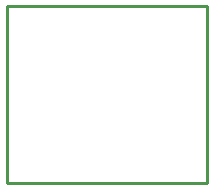
<source format=gko>
G04 EAGLE Gerber RS-274X export*
G75*
%MOMM*%
%FSLAX34Y34*%
%LPD*%
%IN*%
%IPPOS*%
%AMOC8*
5,1,8,0,0,1.08239X$1,22.5*%
G01*
%ADD10C,0.254000*%


D10*
X0Y0D02*
X170000Y0D01*
X170000Y150000D01*
X0Y150000D01*
X0Y0D01*
M02*

</source>
